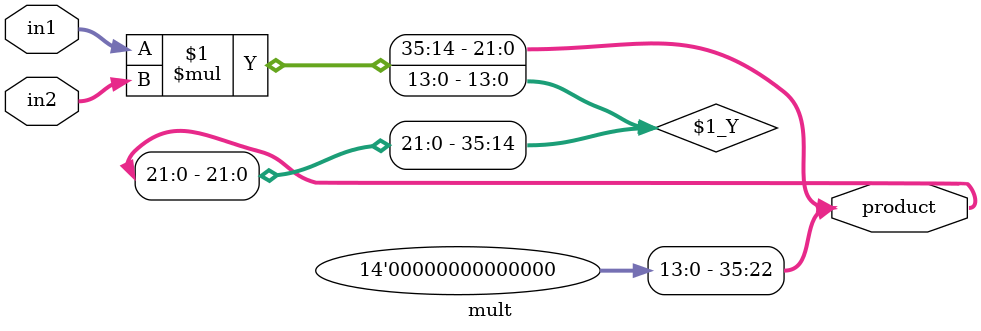
<source format=v>
`timescale 1ns / 1ps


module mult
    #
    (
       parameter dataWidth = 18,
       parameter fracWidth = 14
    )
    (
        input [dataWidth-1:0] in1, in2,
        output [2*dataWidth-1:0] product
    );
    
    assign product = (in1*in2)>>>fracWidth;
    
endmodule

</source>
